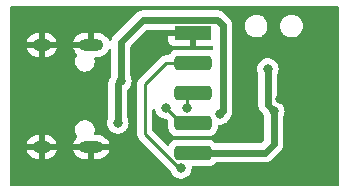
<source format=gbr>
%TF.GenerationSoftware,KiCad,Pcbnew,(6.0.2)*%
%TF.CreationDate,2022-03-29T22:00:30+08:00*%
%TF.ProjectId,CH340-USB-C,43483334-302d-4555-9342-2d432e6b6963,rev?*%
%TF.SameCoordinates,Original*%
%TF.FileFunction,Copper,L2,Bot*%
%TF.FilePolarity,Positive*%
%FSLAX46Y46*%
G04 Gerber Fmt 4.6, Leading zero omitted, Abs format (unit mm)*
G04 Created by KiCad (PCBNEW (6.0.2)) date 2022-03-29 22:00:30*
%MOMM*%
%LPD*%
G01*
G04 APERTURE LIST*
G04 Aperture macros list*
%AMRoundRect*
0 Rectangle with rounded corners*
0 $1 Rounding radius*
0 $2 $3 $4 $5 $6 $7 $8 $9 X,Y pos of 4 corners*
0 Add a 4 corners polygon primitive as box body*
4,1,4,$2,$3,$4,$5,$6,$7,$8,$9,$2,$3,0*
0 Add four circle primitives for the rounded corners*
1,1,$1+$1,$2,$3*
1,1,$1+$1,$4,$5*
1,1,$1+$1,$6,$7*
1,1,$1+$1,$8,$9*
0 Add four rect primitives between the rounded corners*
20,1,$1+$1,$2,$3,$4,$5,0*
20,1,$1+$1,$4,$5,$6,$7,0*
20,1,$1+$1,$6,$7,$8,$9,0*
20,1,$1+$1,$8,$9,$2,$3,0*%
G04 Aperture macros list end*
%TA.AperFunction,ComponentPad*%
%ADD10O,2.100000X1.000000*%
%TD*%
%TA.AperFunction,ComponentPad*%
%ADD11O,1.600000X1.000000*%
%TD*%
%TA.AperFunction,SMDPad,CuDef*%
%ADD12R,3.170000X1.200000*%
%TD*%
%TA.AperFunction,SMDPad,CuDef*%
%ADD13RoundRect,0.300000X-1.285000X0.300000X-1.285000X-0.300000X1.285000X-0.300000X1.285000X0.300000X0*%
%TD*%
%TA.AperFunction,ViaPad*%
%ADD14C,0.800000*%
%TD*%
%TA.AperFunction,Conductor*%
%ADD15C,0.600000*%
%TD*%
%TA.AperFunction,Conductor*%
%ADD16C,0.250000*%
%TD*%
G04 APERTURE END LIST*
D10*
%TO.P,J1,S1,SHIELD*%
%TO.N,GND*%
X102392000Y-133860000D03*
X102392000Y-125220000D03*
D11*
X98212000Y-133860000D03*
X98212000Y-125220000D03*
%TD*%
D12*
%TO.P,J2,1,Pin_1*%
%TO.N,GND*%
X110998000Y-124206000D03*
D13*
%TO.P,J2,2,Pin_2*%
%TO.N,/~{RTS}*%
X110998000Y-126746000D03*
%TO.P,J2,3,Pin_3*%
%TO.N,/TXD*%
X110998000Y-129286000D03*
%TO.P,J2,4,Pin_4*%
%TO.N,/RXD*%
X110998000Y-131826000D03*
%TO.P,J2,5,Pin_5*%
%TO.N,VCC*%
X110998000Y-134366000D03*
%TD*%
D14*
%TO.N,GND*%
X118364000Y-129794000D03*
%TO.N,VCC*%
X117348000Y-127254000D03*
X117856000Y-130810000D03*
%TO.N,/RXD*%
X108712000Y-130556000D03*
%TO.N,/TXD*%
X110490000Y-130556000D03*
%TO.N,Net-(F1-Pad1)*%
X104902000Y-128270000D03*
X104648000Y-131826000D03*
X113284000Y-131064000D03*
%TO.N,/~{RTS}*%
X109982000Y-135636000D03*
%TD*%
D15*
%TO.N,VCC*%
X117094000Y-134366000D02*
X117856000Y-133604000D01*
X117348000Y-130302000D02*
X117856000Y-130810000D01*
X117856000Y-133604000D02*
X117856000Y-130810000D01*
X112522000Y-134366000D02*
X117094000Y-134366000D01*
X117348000Y-127254000D02*
X117348000Y-130302000D01*
D16*
%TO.N,/RXD*%
X109982000Y-131826000D02*
X108712000Y-130556000D01*
X110998000Y-131826000D02*
X109982000Y-131826000D01*
%TO.N,/TXD*%
X110490000Y-129794000D02*
X110490000Y-130556000D01*
X110998000Y-129286000D02*
X110490000Y-129794000D01*
D15*
%TO.N,Net-(F1-Pad1)*%
X106763511Y-123106489D02*
X104902000Y-124968000D01*
X104648000Y-131826000D02*
X104648000Y-128524000D01*
X104648000Y-128524000D02*
X104902000Y-128270000D01*
X113082511Y-123106489D02*
X106763511Y-123106489D01*
X113538000Y-130810000D02*
X113538000Y-123561978D01*
X104902000Y-124968000D02*
X104902000Y-128270000D01*
X113538000Y-123561978D02*
X113082511Y-123106489D01*
X113284000Y-131064000D02*
X113538000Y-130810000D01*
D16*
%TO.N,/~{RTS}*%
X109799796Y-135636000D02*
X106934000Y-132770204D01*
X109982000Y-135636000D02*
X109799796Y-135636000D01*
X106934000Y-128524000D02*
X108712000Y-126746000D01*
X106934000Y-132770204D02*
X106934000Y-128524000D01*
X108712000Y-126746000D02*
X110998000Y-126746000D01*
%TD*%
%TA.AperFunction,Conductor*%
%TO.N,GND*%
G36*
X123310121Y-121946002D02*
G01*
X123356614Y-121999658D01*
X123368000Y-122052000D01*
X123368000Y-137034000D01*
X123347998Y-137102121D01*
X123294342Y-137148614D01*
X123242000Y-137160000D01*
X95630000Y-137160000D01*
X95561879Y-137139998D01*
X95515386Y-137086342D01*
X95504000Y-137034000D01*
X95504000Y-134125768D01*
X96939425Y-134125768D01*
X96971138Y-134233521D01*
X96975731Y-134244889D01*
X97061607Y-134409154D01*
X97068321Y-134419415D01*
X97184468Y-134563873D01*
X97193046Y-134572632D01*
X97335039Y-134691778D01*
X97345159Y-134698708D01*
X97507585Y-134788002D01*
X97518858Y-134792834D01*
X97695538Y-134848880D01*
X97707532Y-134851430D01*
X97851761Y-134867607D01*
X97858785Y-134868000D01*
X97939885Y-134868000D01*
X97955124Y-134863525D01*
X97956329Y-134862135D01*
X97958000Y-134854452D01*
X97958000Y-134849885D01*
X98466000Y-134849885D01*
X98470475Y-134865124D01*
X98471865Y-134866329D01*
X98479548Y-134868000D01*
X98558657Y-134868000D01*
X98564805Y-134867699D01*
X98702603Y-134854188D01*
X98714638Y-134851805D01*
X98892076Y-134798233D01*
X98903416Y-134793559D01*
X99067077Y-134706540D01*
X99077294Y-134699751D01*
X99220933Y-134582603D01*
X99229637Y-134573959D01*
X99347784Y-134431144D01*
X99354644Y-134420973D01*
X99442804Y-134257924D01*
X99447556Y-134246619D01*
X99483250Y-134131308D01*
X99483331Y-134125768D01*
X100869425Y-134125768D01*
X100901138Y-134233521D01*
X100905731Y-134244889D01*
X100991607Y-134409154D01*
X100998321Y-134419415D01*
X101114468Y-134563873D01*
X101123046Y-134572632D01*
X101265039Y-134691778D01*
X101275159Y-134698708D01*
X101437585Y-134788002D01*
X101448858Y-134792834D01*
X101625538Y-134848880D01*
X101637532Y-134851430D01*
X101781761Y-134867607D01*
X101788785Y-134868000D01*
X102119885Y-134868000D01*
X102135124Y-134863525D01*
X102136329Y-134862135D01*
X102138000Y-134854452D01*
X102138000Y-134849885D01*
X102646000Y-134849885D01*
X102650475Y-134865124D01*
X102651865Y-134866329D01*
X102659548Y-134868000D01*
X102988657Y-134868000D01*
X102994805Y-134867699D01*
X103132603Y-134854188D01*
X103144638Y-134851805D01*
X103322076Y-134798233D01*
X103333416Y-134793559D01*
X103497077Y-134706540D01*
X103507294Y-134699751D01*
X103650933Y-134582603D01*
X103659637Y-134573959D01*
X103777784Y-134431144D01*
X103784644Y-134420973D01*
X103872804Y-134257924D01*
X103877556Y-134246619D01*
X103913250Y-134131308D01*
X103913456Y-134117205D01*
X103906701Y-134114000D01*
X102664115Y-134114000D01*
X102648876Y-134118475D01*
X102647671Y-134119865D01*
X102646000Y-134127548D01*
X102646000Y-134849885D01*
X102138000Y-134849885D01*
X102138000Y-134132115D01*
X102133525Y-134116876D01*
X102132135Y-134115671D01*
X102124452Y-134114000D01*
X100884076Y-134114000D01*
X100870545Y-134117973D01*
X100869425Y-134125768D01*
X99483331Y-134125768D01*
X99483456Y-134117205D01*
X99476701Y-134114000D01*
X98484115Y-134114000D01*
X98468876Y-134118475D01*
X98467671Y-134119865D01*
X98466000Y-134127548D01*
X98466000Y-134849885D01*
X97958000Y-134849885D01*
X97958000Y-134132115D01*
X97953525Y-134116876D01*
X97952135Y-134115671D01*
X97944452Y-134114000D01*
X96954076Y-134114000D01*
X96940545Y-134117973D01*
X96939425Y-134125768D01*
X95504000Y-134125768D01*
X95504000Y-133602795D01*
X96940544Y-133602795D01*
X96947299Y-133606000D01*
X97939885Y-133606000D01*
X97955124Y-133601525D01*
X97956329Y-133600135D01*
X97958000Y-133592452D01*
X97958000Y-133587885D01*
X98466000Y-133587885D01*
X98470475Y-133603124D01*
X98471865Y-133604329D01*
X98479548Y-133606000D01*
X99469924Y-133606000D01*
X99480839Y-133602795D01*
X100870544Y-133602795D01*
X100877299Y-133606000D01*
X103899924Y-133606000D01*
X103913455Y-133602027D01*
X103914575Y-133594232D01*
X103882862Y-133486479D01*
X103878269Y-133475111D01*
X103792393Y-133310846D01*
X103785679Y-133300585D01*
X103669532Y-133156127D01*
X103660954Y-133147368D01*
X103518961Y-133028222D01*
X103508841Y-133021292D01*
X103346415Y-132931998D01*
X103335142Y-132927166D01*
X103158462Y-132871120D01*
X103146468Y-132868570D01*
X103002239Y-132852393D01*
X102995215Y-132852000D01*
X102777023Y-132852000D01*
X102708902Y-132831998D01*
X102662409Y-132778342D01*
X102652305Y-132708068D01*
X102660034Y-132679208D01*
X102666995Y-132661803D01*
X102669530Y-132655466D01*
X102670644Y-132648738D01*
X102670645Y-132648734D01*
X102697993Y-132483539D01*
X102697993Y-132483536D01*
X102699108Y-132476802D01*
X102697998Y-132455609D01*
X102689987Y-132302766D01*
X102689630Y-132295953D01*
X102666304Y-132211266D01*
X102643352Y-132127941D01*
X102641539Y-132121359D01*
X102557078Y-131961164D01*
X102552673Y-131955951D01*
X102552670Y-131955947D01*
X102444594Y-131828057D01*
X102444590Y-131828053D01*
X102440187Y-131822843D01*
X102434762Y-131818695D01*
X102301743Y-131716994D01*
X102301739Y-131716991D01*
X102296322Y-131712850D01*
X102191186Y-131663825D01*
X102138369Y-131639195D01*
X102138366Y-131639194D01*
X102132192Y-131636315D01*
X102125544Y-131634829D01*
X102125541Y-131634828D01*
X101960494Y-131597936D01*
X101960495Y-131597936D01*
X101955457Y-131596810D01*
X101949912Y-131596500D01*
X101816756Y-131596500D01*
X101681963Y-131611143D01*
X101583131Y-131644404D01*
X101516796Y-131666728D01*
X101516794Y-131666729D01*
X101510325Y-131668906D01*
X101355095Y-131762177D01*
X101350138Y-131766865D01*
X101350135Y-131766867D01*
X101285429Y-131828057D01*
X101223515Y-131886607D01*
X101219683Y-131892245D01*
X101219680Y-131892249D01*
X101140088Y-132009365D01*
X101121723Y-132036388D01*
X101054470Y-132204534D01*
X101053356Y-132211262D01*
X101053355Y-132211266D01*
X101026007Y-132376461D01*
X101024892Y-132383198D01*
X101025249Y-132390015D01*
X101025249Y-132390019D01*
X101030151Y-132483539D01*
X101034370Y-132564047D01*
X101036181Y-132570620D01*
X101036181Y-132570623D01*
X101070663Y-132695810D01*
X101082461Y-132738641D01*
X101166922Y-132898836D01*
X101171327Y-132904049D01*
X101171330Y-132904053D01*
X101189694Y-132925783D01*
X101218386Y-132990724D01*
X101207413Y-133060868D01*
X101173092Y-133104754D01*
X101133067Y-133137397D01*
X101124363Y-133146041D01*
X101006216Y-133288856D01*
X100999356Y-133299027D01*
X100911196Y-133462076D01*
X100906444Y-133473381D01*
X100870750Y-133588692D01*
X100870544Y-133602795D01*
X99480839Y-133602795D01*
X99483455Y-133602027D01*
X99484575Y-133594232D01*
X99452862Y-133486479D01*
X99448269Y-133475111D01*
X99362393Y-133310846D01*
X99355679Y-133300585D01*
X99239532Y-133156127D01*
X99230954Y-133147368D01*
X99088961Y-133028222D01*
X99078841Y-133021292D01*
X98916415Y-132931998D01*
X98905142Y-132927166D01*
X98728462Y-132871120D01*
X98716468Y-132868570D01*
X98572239Y-132852393D01*
X98565215Y-132852000D01*
X98484115Y-132852000D01*
X98468876Y-132856475D01*
X98467671Y-132857865D01*
X98466000Y-132865548D01*
X98466000Y-133587885D01*
X97958000Y-133587885D01*
X97958000Y-132870115D01*
X97953525Y-132854876D01*
X97952135Y-132853671D01*
X97944452Y-132852000D01*
X97865343Y-132852000D01*
X97859195Y-132852301D01*
X97721397Y-132865812D01*
X97709362Y-132868195D01*
X97531924Y-132921767D01*
X97520584Y-132926441D01*
X97356923Y-133013460D01*
X97346706Y-133020249D01*
X97203067Y-133137397D01*
X97194363Y-133146041D01*
X97076216Y-133288856D01*
X97069356Y-133299027D01*
X96981196Y-133462076D01*
X96976444Y-133473381D01*
X96940750Y-133588692D01*
X96940544Y-133602795D01*
X95504000Y-133602795D01*
X95504000Y-125485768D01*
X96939425Y-125485768D01*
X96971138Y-125593521D01*
X96975731Y-125604889D01*
X97061607Y-125769154D01*
X97068321Y-125779415D01*
X97184468Y-125923873D01*
X97193046Y-125932632D01*
X97335039Y-126051778D01*
X97345159Y-126058708D01*
X97507585Y-126148002D01*
X97518858Y-126152834D01*
X97695538Y-126208880D01*
X97707532Y-126211430D01*
X97851761Y-126227607D01*
X97858785Y-126228000D01*
X97939885Y-126228000D01*
X97955124Y-126223525D01*
X97956329Y-126222135D01*
X97958000Y-126214452D01*
X97958000Y-126209885D01*
X98466000Y-126209885D01*
X98470475Y-126225124D01*
X98471865Y-126226329D01*
X98479548Y-126228000D01*
X98558657Y-126228000D01*
X98564805Y-126227699D01*
X98702603Y-126214188D01*
X98714638Y-126211805D01*
X98892076Y-126158233D01*
X98903416Y-126153559D01*
X99067077Y-126066540D01*
X99077294Y-126059751D01*
X99220933Y-125942603D01*
X99229637Y-125933959D01*
X99347784Y-125791144D01*
X99354644Y-125780973D01*
X99442804Y-125617924D01*
X99447556Y-125606619D01*
X99483250Y-125491308D01*
X99483331Y-125485768D01*
X100869425Y-125485768D01*
X100901138Y-125593521D01*
X100905731Y-125604889D01*
X100991607Y-125769154D01*
X100998321Y-125779415D01*
X101114468Y-125923873D01*
X101123045Y-125932632D01*
X101175110Y-125976319D01*
X101214436Y-126035428D01*
X101215563Y-126106416D01*
X101198331Y-126143663D01*
X101121723Y-126256388D01*
X101054470Y-126424534D01*
X101053356Y-126431262D01*
X101053355Y-126431266D01*
X101030181Y-126571251D01*
X101024892Y-126603198D01*
X101025249Y-126610015D01*
X101025249Y-126610019D01*
X101030151Y-126703539D01*
X101034370Y-126784047D01*
X101036181Y-126790620D01*
X101036181Y-126790623D01*
X101061296Y-126881803D01*
X101082461Y-126958641D01*
X101166922Y-127118836D01*
X101171327Y-127124049D01*
X101171330Y-127124053D01*
X101279406Y-127251943D01*
X101279410Y-127251947D01*
X101283813Y-127257157D01*
X101289237Y-127261304D01*
X101289238Y-127261305D01*
X101422257Y-127363006D01*
X101422261Y-127363009D01*
X101427678Y-127367150D01*
X101514372Y-127407576D01*
X101585631Y-127440805D01*
X101585634Y-127440806D01*
X101591808Y-127443685D01*
X101598456Y-127445171D01*
X101598459Y-127445172D01*
X101694914Y-127466732D01*
X101768543Y-127483190D01*
X101774088Y-127483500D01*
X101907244Y-127483500D01*
X102042037Y-127468857D01*
X102160190Y-127429094D01*
X102207204Y-127413272D01*
X102207206Y-127413271D01*
X102213675Y-127411094D01*
X102368905Y-127317823D01*
X102373862Y-127313135D01*
X102373865Y-127313133D01*
X102495527Y-127198082D01*
X102495529Y-127198080D01*
X102500485Y-127193393D01*
X102504317Y-127187755D01*
X102504320Y-127187751D01*
X102598442Y-127049255D01*
X102602277Y-127043612D01*
X102669530Y-126875466D01*
X102670644Y-126868738D01*
X102670645Y-126868734D01*
X102697993Y-126703539D01*
X102697993Y-126703536D01*
X102699108Y-126696802D01*
X102694203Y-126603198D01*
X102689987Y-126522766D01*
X102689630Y-126515953D01*
X102654237Y-126387459D01*
X102655431Y-126316474D01*
X102694814Y-126257401D01*
X102759881Y-126228999D01*
X102775713Y-126228000D01*
X102988657Y-126228000D01*
X102994805Y-126227699D01*
X103132603Y-126214188D01*
X103144638Y-126211805D01*
X103322076Y-126158233D01*
X103333416Y-126153559D01*
X103497077Y-126066540D01*
X103507294Y-126059751D01*
X103650933Y-125942603D01*
X103659637Y-125933959D01*
X103777784Y-125791144D01*
X103784644Y-125780973D01*
X103856664Y-125647775D01*
X103906659Y-125597367D01*
X103975970Y-125581989D01*
X104042592Y-125606525D01*
X104085373Y-125663185D01*
X104093500Y-125707704D01*
X104093500Y-127819603D01*
X104076620Y-127882602D01*
X104067473Y-127898444D01*
X104065431Y-127904729D01*
X104047060Y-127961269D01*
X104024871Y-128001968D01*
X104022530Y-128004839D01*
X104017493Y-128009771D01*
X103994002Y-128046221D01*
X103986583Y-128056546D01*
X103959524Y-128090443D01*
X103956459Y-128096784D01*
X103956458Y-128096785D01*
X103944928Y-128120637D01*
X103937399Y-128134054D01*
X103919235Y-128162238D01*
X103916827Y-128168855D01*
X103916824Y-128168860D01*
X103904408Y-128202973D01*
X103899447Y-128214716D01*
X103883646Y-128247403D01*
X103883644Y-128247408D01*
X103880579Y-128253749D01*
X103878996Y-128260607D01*
X103878995Y-128260609D01*
X103873035Y-128286426D01*
X103868668Y-128301169D01*
X103857197Y-128332685D01*
X103856314Y-128339675D01*
X103856312Y-128339683D01*
X103851762Y-128375701D01*
X103849526Y-128388253D01*
X103847879Y-128395389D01*
X103839776Y-128430485D01*
X103839751Y-128437531D01*
X103839751Y-128437534D01*
X103839634Y-128471056D01*
X103839605Y-128471938D01*
X103839500Y-128472769D01*
X103839500Y-128509419D01*
X103839499Y-128509859D01*
X103839325Y-128559819D01*
X103839143Y-128611870D01*
X103839411Y-128613070D01*
X103839500Y-128614707D01*
X103839500Y-131375603D01*
X103822620Y-131438602D01*
X103813473Y-131454444D01*
X103754458Y-131636072D01*
X103753768Y-131642633D01*
X103753768Y-131642635D01*
X103741204Y-131762177D01*
X103734496Y-131826000D01*
X103735186Y-131832565D01*
X103749894Y-131972500D01*
X103754458Y-132015928D01*
X103813473Y-132197556D01*
X103908960Y-132362944D01*
X103913378Y-132367851D01*
X103913379Y-132367852D01*
X103944661Y-132402594D01*
X104036747Y-132504866D01*
X104191248Y-132617118D01*
X104197276Y-132619802D01*
X104197278Y-132619803D01*
X104330705Y-132679208D01*
X104365712Y-132694794D01*
X104437782Y-132710113D01*
X104546056Y-132733128D01*
X104546061Y-132733128D01*
X104552513Y-132734500D01*
X104743487Y-132734500D01*
X104749939Y-132733128D01*
X104749944Y-132733128D01*
X104858218Y-132710113D01*
X104930288Y-132694794D01*
X104965295Y-132679208D01*
X105098722Y-132619803D01*
X105098724Y-132619802D01*
X105104752Y-132617118D01*
X105259253Y-132504866D01*
X105351339Y-132402594D01*
X105382621Y-132367852D01*
X105382622Y-132367851D01*
X105387040Y-132362944D01*
X105482527Y-132197556D01*
X105541542Y-132015928D01*
X105546107Y-131972500D01*
X105560814Y-131832565D01*
X105561504Y-131826000D01*
X105554796Y-131762177D01*
X105542232Y-131642635D01*
X105542232Y-131642633D01*
X105541542Y-131636072D01*
X105482527Y-131454444D01*
X105473380Y-131438602D01*
X105456500Y-131375603D01*
X105456500Y-129054300D01*
X105476502Y-128986179D01*
X105503441Y-128957657D01*
X105503001Y-128957169D01*
X105507913Y-128952746D01*
X105513253Y-128948866D01*
X105641040Y-128806944D01*
X105736527Y-128641556D01*
X105795542Y-128459928D01*
X105800718Y-128410687D01*
X105814814Y-128276565D01*
X105815504Y-128270000D01*
X105810422Y-128221645D01*
X105796232Y-128086635D01*
X105796232Y-128086633D01*
X105795542Y-128080072D01*
X105736527Y-127898444D01*
X105727380Y-127882602D01*
X105710500Y-127819603D01*
X105710500Y-125355082D01*
X105730502Y-125286961D01*
X105747405Y-125265987D01*
X106162723Y-124850669D01*
X108905001Y-124850669D01*
X108905371Y-124857490D01*
X108910895Y-124908352D01*
X108914521Y-124923604D01*
X108959676Y-125044054D01*
X108968214Y-125059649D01*
X109044715Y-125161724D01*
X109057276Y-125174285D01*
X109159351Y-125250786D01*
X109174946Y-125259324D01*
X109295394Y-125304478D01*
X109310649Y-125308105D01*
X109361514Y-125313631D01*
X109368328Y-125314000D01*
X110725885Y-125314000D01*
X110741124Y-125309525D01*
X110742329Y-125308135D01*
X110744000Y-125300452D01*
X110744000Y-124478115D01*
X110739525Y-124462876D01*
X110738135Y-124461671D01*
X110730452Y-124460000D01*
X108923116Y-124460000D01*
X108907877Y-124464475D01*
X108906672Y-124465865D01*
X108905001Y-124473548D01*
X108905001Y-124850669D01*
X106162723Y-124850669D01*
X107061498Y-123951894D01*
X107123810Y-123917868D01*
X107150593Y-123914989D01*
X108823085Y-123914989D01*
X108891206Y-123934991D01*
X108905597Y-123945764D01*
X108910865Y-123950329D01*
X108918548Y-123952000D01*
X111126000Y-123952000D01*
X111194121Y-123972002D01*
X111240614Y-124025658D01*
X111252000Y-124078000D01*
X111252000Y-125295884D01*
X111256475Y-125311123D01*
X111257865Y-125312328D01*
X111265548Y-125313999D01*
X112603500Y-125313999D01*
X112671621Y-125334001D01*
X112718114Y-125387657D01*
X112729500Y-125439999D01*
X112729500Y-125563522D01*
X112709498Y-125631643D01*
X112655842Y-125678136D01*
X112585568Y-125688240D01*
X112561646Y-125682367D01*
X112559590Y-125681643D01*
X112553252Y-125678579D01*
X112462526Y-125657633D01*
X112381714Y-125638976D01*
X112381711Y-125638976D01*
X112376515Y-125637776D01*
X112371728Y-125637500D01*
X109624272Y-125637500D01*
X109619485Y-125637776D01*
X109614289Y-125638976D01*
X109614286Y-125638976D01*
X109449609Y-125676995D01*
X109442748Y-125678579D01*
X109279443Y-125757524D01*
X109137687Y-125870687D01*
X109133294Y-125876190D01*
X109028921Y-126006934D01*
X109028918Y-126006939D01*
X109024524Y-126012443D01*
X109021456Y-126018789D01*
X109021455Y-126018791D01*
X109010553Y-126041341D01*
X108962896Y-126093965D01*
X108897114Y-126112500D01*
X108790768Y-126112500D01*
X108779585Y-126111973D01*
X108772092Y-126110298D01*
X108764166Y-126110547D01*
X108764165Y-126110547D01*
X108704002Y-126112438D01*
X108700044Y-126112500D01*
X108672144Y-126112500D01*
X108668154Y-126113004D01*
X108656320Y-126113936D01*
X108612111Y-126115326D01*
X108604497Y-126117538D01*
X108604492Y-126117539D01*
X108592659Y-126120977D01*
X108573296Y-126124988D01*
X108553203Y-126127526D01*
X108545836Y-126130443D01*
X108545831Y-126130444D01*
X108512092Y-126143802D01*
X108500865Y-126147646D01*
X108458407Y-126159982D01*
X108451581Y-126164019D01*
X108440972Y-126170293D01*
X108423224Y-126178988D01*
X108404383Y-126186448D01*
X108397967Y-126191110D01*
X108397966Y-126191110D01*
X108368613Y-126212436D01*
X108358693Y-126218952D01*
X108327465Y-126237420D01*
X108327462Y-126237422D01*
X108320638Y-126241458D01*
X108306317Y-126255779D01*
X108291284Y-126268619D01*
X108274893Y-126280528D01*
X108269842Y-126286634D01*
X108246702Y-126314605D01*
X108238712Y-126323384D01*
X106541747Y-128020348D01*
X106533461Y-128027888D01*
X106526982Y-128032000D01*
X106521557Y-128037777D01*
X106480357Y-128081651D01*
X106477602Y-128084493D01*
X106457865Y-128104230D01*
X106455385Y-128107427D01*
X106447682Y-128116447D01*
X106417414Y-128148679D01*
X106413595Y-128155625D01*
X106413593Y-128155628D01*
X106407652Y-128166434D01*
X106396801Y-128182953D01*
X106384386Y-128198959D01*
X106381241Y-128206228D01*
X106381238Y-128206232D01*
X106366826Y-128239537D01*
X106361609Y-128250187D01*
X106340305Y-128288940D01*
X106338334Y-128296615D01*
X106338334Y-128296616D01*
X106335267Y-128308562D01*
X106328863Y-128327266D01*
X106320819Y-128345855D01*
X106319580Y-128353678D01*
X106319577Y-128353688D01*
X106313901Y-128389524D01*
X106311495Y-128401144D01*
X106300500Y-128443970D01*
X106300500Y-128464224D01*
X106298949Y-128483934D01*
X106295780Y-128503943D01*
X106296526Y-128511835D01*
X106299941Y-128547961D01*
X106300500Y-128559819D01*
X106300500Y-132691437D01*
X106299973Y-132702620D01*
X106298298Y-132710113D01*
X106298547Y-132718039D01*
X106298547Y-132718040D01*
X106300438Y-132778190D01*
X106300500Y-132782149D01*
X106300500Y-132810060D01*
X106300997Y-132813994D01*
X106300997Y-132813995D01*
X106301005Y-132814060D01*
X106301938Y-132825897D01*
X106303327Y-132870093D01*
X106308978Y-132889543D01*
X106312987Y-132908904D01*
X106315526Y-132929001D01*
X106318445Y-132936372D01*
X106318445Y-132936374D01*
X106331804Y-132970116D01*
X106335649Y-132981346D01*
X106344979Y-133013460D01*
X106347982Y-133023797D01*
X106352015Y-133030616D01*
X106352017Y-133030621D01*
X106358293Y-133041232D01*
X106366988Y-133058980D01*
X106374448Y-133077821D01*
X106379110Y-133084237D01*
X106379110Y-133084238D01*
X106400436Y-133113591D01*
X106406952Y-133123511D01*
X106429458Y-133161566D01*
X106443779Y-133175887D01*
X106456619Y-133190920D01*
X106468528Y-133207311D01*
X106474634Y-133212362D01*
X106502605Y-133235502D01*
X106511384Y-133243492D01*
X109064487Y-135796595D01*
X109095225Y-135846753D01*
X109147473Y-136007556D01*
X109242960Y-136172944D01*
X109370747Y-136314866D01*
X109525248Y-136427118D01*
X109531276Y-136429802D01*
X109531278Y-136429803D01*
X109693681Y-136502109D01*
X109699712Y-136504794D01*
X109793112Y-136524647D01*
X109880056Y-136543128D01*
X109880061Y-136543128D01*
X109886513Y-136544500D01*
X110077487Y-136544500D01*
X110083939Y-136543128D01*
X110083944Y-136543128D01*
X110170888Y-136524647D01*
X110264288Y-136504794D01*
X110270319Y-136502109D01*
X110432722Y-136429803D01*
X110432724Y-136429802D01*
X110438752Y-136427118D01*
X110593253Y-136314866D01*
X110721040Y-136172944D01*
X110816527Y-136007556D01*
X110875542Y-135825928D01*
X110895504Y-135636000D01*
X110893157Y-135613670D01*
X110905929Y-135543832D01*
X110954431Y-135491986D01*
X111018467Y-135474500D01*
X112371728Y-135474500D01*
X112376515Y-135474224D01*
X112381711Y-135473024D01*
X112381714Y-135473024D01*
X112546391Y-135435005D01*
X112553252Y-135433421D01*
X112716557Y-135354476D01*
X112858313Y-135241313D01*
X112873817Y-135221891D01*
X112931947Y-135181133D01*
X112972289Y-135174500D01*
X117084786Y-135174500D01*
X117086106Y-135174507D01*
X117176221Y-135175451D01*
X117218597Y-135166289D01*
X117231163Y-135164231D01*
X117274255Y-135159397D01*
X117280906Y-135157081D01*
X117280910Y-135157080D01*
X117305930Y-135148367D01*
X117320742Y-135144204D01*
X117346619Y-135138609D01*
X117353510Y-135137119D01*
X117392813Y-135118792D01*
X117404589Y-135114010D01*
X117445552Y-135099745D01*
X117451527Y-135096011D01*
X117451530Y-135096010D01*
X117473995Y-135081973D01*
X117487512Y-135074634D01*
X117511514Y-135063441D01*
X117511515Y-135063440D01*
X117517902Y-135060462D01*
X117552153Y-135033894D01*
X117562612Y-135026598D01*
X117593404Y-135007358D01*
X117593407Y-135007356D01*
X117599376Y-135003626D01*
X117628179Y-134975024D01*
X117628804Y-134974439D01*
X117629470Y-134973922D01*
X117655460Y-134947932D01*
X117728082Y-134875815D01*
X117728740Y-134874778D01*
X117729843Y-134873549D01*
X118421158Y-134182234D01*
X118422095Y-134181306D01*
X118481475Y-134123157D01*
X118481476Y-134123156D01*
X118486507Y-134118229D01*
X118509998Y-134081779D01*
X118517417Y-134071454D01*
X118544476Y-134037557D01*
X118559073Y-134007362D01*
X118566602Y-133993945D01*
X118580948Y-133971684D01*
X118584765Y-133965762D01*
X118587173Y-133959145D01*
X118587176Y-133959140D01*
X118599592Y-133925027D01*
X118604553Y-133913284D01*
X118620353Y-133880600D01*
X118620356Y-133880591D01*
X118623421Y-133874251D01*
X118630966Y-133841572D01*
X118635334Y-133826825D01*
X118646803Y-133795315D01*
X118647685Y-133788330D01*
X118647687Y-133788323D01*
X118652237Y-133752308D01*
X118654472Y-133739757D01*
X118662640Y-133704378D01*
X118664225Y-133697515D01*
X118664367Y-133656926D01*
X118664396Y-133656057D01*
X118664500Y-133655231D01*
X118664500Y-133618714D01*
X118664565Y-133600135D01*
X118664846Y-133519664D01*
X118664846Y-133519658D01*
X118664858Y-133516130D01*
X118664589Y-133514927D01*
X118664500Y-133513283D01*
X118664500Y-131260397D01*
X118681380Y-131197398D01*
X118690527Y-131181556D01*
X118749542Y-130999928D01*
X118753918Y-130958299D01*
X118768814Y-130816565D01*
X118769504Y-130810000D01*
X118759994Y-130719514D01*
X118750232Y-130626635D01*
X118750232Y-130626633D01*
X118749542Y-130620072D01*
X118690527Y-130438444D01*
X118675252Y-130411986D01*
X118607193Y-130294106D01*
X118595040Y-130273056D01*
X118515254Y-130184444D01*
X118471675Y-130136045D01*
X118471674Y-130136044D01*
X118467253Y-130131134D01*
X118312752Y-130018882D01*
X118306724Y-130016198D01*
X118306722Y-130016197D01*
X118231251Y-129982595D01*
X118177155Y-129936614D01*
X118156500Y-129867488D01*
X118156500Y-127704397D01*
X118173380Y-127641398D01*
X118182527Y-127625556D01*
X118241542Y-127443928D01*
X118254427Y-127321339D01*
X118260814Y-127260565D01*
X118261504Y-127254000D01*
X118241542Y-127064072D01*
X118182527Y-126882444D01*
X118087040Y-126717056D01*
X117959253Y-126575134D01*
X117804752Y-126462882D01*
X117798724Y-126460198D01*
X117798722Y-126460197D01*
X117636319Y-126387891D01*
X117636318Y-126387891D01*
X117630288Y-126385206D01*
X117536887Y-126365353D01*
X117449944Y-126346872D01*
X117449939Y-126346872D01*
X117443487Y-126345500D01*
X117252513Y-126345500D01*
X117246061Y-126346872D01*
X117246056Y-126346872D01*
X117159113Y-126365353D01*
X117065712Y-126385206D01*
X117059682Y-126387891D01*
X117059681Y-126387891D01*
X116897278Y-126460197D01*
X116897276Y-126460198D01*
X116891248Y-126462882D01*
X116736747Y-126575134D01*
X116608960Y-126717056D01*
X116513473Y-126882444D01*
X116454458Y-127064072D01*
X116434496Y-127254000D01*
X116435186Y-127260565D01*
X116441574Y-127321339D01*
X116454458Y-127443928D01*
X116513473Y-127625556D01*
X116522620Y-127641398D01*
X116539500Y-127704397D01*
X116539500Y-130292786D01*
X116539493Y-130294106D01*
X116538549Y-130384221D01*
X116547711Y-130426597D01*
X116549769Y-130439163D01*
X116554603Y-130482255D01*
X116556919Y-130488906D01*
X116556920Y-130488910D01*
X116565633Y-130513930D01*
X116569796Y-130528742D01*
X116576881Y-130561510D01*
X116595208Y-130600813D01*
X116599990Y-130612589D01*
X116614255Y-130653552D01*
X116617989Y-130659527D01*
X116617990Y-130659530D01*
X116632027Y-130681995D01*
X116639366Y-130695512D01*
X116649620Y-130717500D01*
X116653538Y-130725902D01*
X116657855Y-130731467D01*
X116657856Y-130731469D01*
X116680106Y-130760153D01*
X116687402Y-130770612D01*
X116710374Y-130807376D01*
X116715334Y-130812371D01*
X116715335Y-130812372D01*
X116738976Y-130836179D01*
X116739561Y-130836804D01*
X116740078Y-130837470D01*
X116766068Y-130863460D01*
X116838185Y-130936082D01*
X116839222Y-130936740D01*
X116840451Y-130937843D01*
X116969908Y-131067300D01*
X117000646Y-131117458D01*
X117021473Y-131181556D01*
X117030620Y-131197398D01*
X117047500Y-131260397D01*
X117047500Y-133216918D01*
X117027498Y-133285039D01*
X117010595Y-133306013D01*
X116796013Y-133520595D01*
X116733701Y-133554621D01*
X116706918Y-133557500D01*
X112972289Y-133557500D01*
X112904168Y-133537498D01*
X112873818Y-133510110D01*
X112858313Y-133490687D01*
X112716557Y-133377524D01*
X112553252Y-133298579D01*
X112494604Y-133285039D01*
X112381714Y-133258976D01*
X112381711Y-133258976D01*
X112376515Y-133257776D01*
X112371728Y-133257500D01*
X109624272Y-133257500D01*
X109619485Y-133257776D01*
X109614289Y-133258976D01*
X109614286Y-133258976D01*
X109501396Y-133285039D01*
X109442748Y-133298579D01*
X109279443Y-133377524D01*
X109137687Y-133490687D01*
X109024524Y-133632443D01*
X108996474Y-133690467D01*
X108993373Y-133696882D01*
X108945716Y-133749506D01*
X108877174Y-133768012D01*
X108809507Y-133746523D01*
X108790838Y-133731137D01*
X107604405Y-132544704D01*
X107570379Y-132482392D01*
X107567500Y-132455609D01*
X107567500Y-130760754D01*
X107587502Y-130692633D01*
X107641158Y-130646140D01*
X107711432Y-130636036D01*
X107776012Y-130665530D01*
X107814396Y-130725256D01*
X107816746Y-130734556D01*
X107817768Y-130739364D01*
X107818458Y-130745928D01*
X107877473Y-130927556D01*
X107880776Y-130933278D01*
X107880777Y-130933279D01*
X107914686Y-130992010D01*
X107972960Y-131092944D01*
X107977378Y-131097851D01*
X107977379Y-131097852D01*
X108057893Y-131187272D01*
X108100747Y-131234866D01*
X108255248Y-131347118D01*
X108261276Y-131349802D01*
X108261278Y-131349803D01*
X108395055Y-131409364D01*
X108429712Y-131424794D01*
X108523113Y-131444647D01*
X108610056Y-131463128D01*
X108610061Y-131463128D01*
X108616513Y-131464500D01*
X108672406Y-131464500D01*
X108740527Y-131484502D01*
X108761501Y-131501405D01*
X108867595Y-131607499D01*
X108901621Y-131669811D01*
X108904500Y-131696594D01*
X108904500Y-132214728D01*
X108904776Y-132219515D01*
X108945579Y-132396252D01*
X109024524Y-132559557D01*
X109137687Y-132701313D01*
X109279443Y-132814476D01*
X109442748Y-132893421D01*
X109449609Y-132895005D01*
X109614286Y-132933024D01*
X109614289Y-132933024D01*
X109619485Y-132934224D01*
X109624272Y-132934500D01*
X112371728Y-132934500D01*
X112376515Y-132934224D01*
X112381711Y-132933024D01*
X112381714Y-132933024D01*
X112546391Y-132895005D01*
X112553252Y-132893421D01*
X112716557Y-132814476D01*
X112858313Y-132701313D01*
X112971476Y-132559557D01*
X113050421Y-132396252D01*
X113091224Y-132219515D01*
X113091500Y-132214728D01*
X113091500Y-132098500D01*
X113111502Y-132030379D01*
X113165158Y-131983886D01*
X113217500Y-131972500D01*
X113379487Y-131972500D01*
X113385939Y-131971128D01*
X113385944Y-131971128D01*
X113476501Y-131951879D01*
X113566288Y-131932794D01*
X113572319Y-131930109D01*
X113734722Y-131857803D01*
X113734724Y-131857802D01*
X113740752Y-131855118D01*
X113771794Y-131832565D01*
X113796157Y-131814864D01*
X113895253Y-131742866D01*
X113918548Y-131716994D01*
X114018621Y-131605852D01*
X114018622Y-131605851D01*
X114023040Y-131600944D01*
X114118527Y-131435556D01*
X114138940Y-131372730D01*
X114161129Y-131332032D01*
X114163470Y-131329161D01*
X114168507Y-131324229D01*
X114191998Y-131287779D01*
X114199417Y-131277454D01*
X114226476Y-131243557D01*
X114230678Y-131234866D01*
X114241072Y-131213363D01*
X114248602Y-131199945D01*
X114262948Y-131177684D01*
X114266765Y-131171762D01*
X114269173Y-131165145D01*
X114269176Y-131165140D01*
X114281592Y-131131027D01*
X114286553Y-131119284D01*
X114302354Y-131086597D01*
X114302356Y-131086592D01*
X114305421Y-131080251D01*
X114312965Y-131047572D01*
X114317332Y-131032831D01*
X114328803Y-131001315D01*
X114329686Y-130994325D01*
X114329688Y-130994317D01*
X114334238Y-130958299D01*
X114336474Y-130945747D01*
X114344638Y-130910386D01*
X114344638Y-130910383D01*
X114346224Y-130903515D01*
X114346366Y-130862944D01*
X114346395Y-130862062D01*
X114346500Y-130861231D01*
X114346500Y-130824428D01*
X114346722Y-130760754D01*
X114346845Y-130725657D01*
X114346845Y-130725652D01*
X114346857Y-130722130D01*
X114346589Y-130720930D01*
X114346500Y-130719293D01*
X114346500Y-123669064D01*
X115393707Y-123669064D01*
X115422825Y-123861599D01*
X115425028Y-123867585D01*
X115425029Y-123867591D01*
X115487860Y-124038360D01*
X115487862Y-124038365D01*
X115490063Y-124044346D01*
X115592674Y-124209840D01*
X115597055Y-124214473D01*
X115597056Y-124214474D01*
X115665081Y-124286409D01*
X115726466Y-124351322D01*
X115885975Y-124463011D01*
X115933987Y-124483788D01*
X116058825Y-124537810D01*
X116058829Y-124537811D01*
X116064684Y-124540345D01*
X116070931Y-124541650D01*
X116070934Y-124541651D01*
X116250557Y-124579176D01*
X116250562Y-124579177D01*
X116255293Y-124580165D01*
X116261685Y-124580500D01*
X116404663Y-124580500D01*
X116473951Y-124573462D01*
X116543378Y-124566410D01*
X116543379Y-124566410D01*
X116549727Y-124565765D01*
X116630843Y-124540345D01*
X116729451Y-124509444D01*
X116729456Y-124509442D01*
X116735541Y-124507535D01*
X116841423Y-124448843D01*
X116900271Y-124416223D01*
X116900274Y-124416221D01*
X116905850Y-124413130D01*
X116910691Y-124408981D01*
X116910695Y-124408978D01*
X117048855Y-124290560D01*
X117053698Y-124286409D01*
X117173046Y-124132547D01*
X117199887Y-124078000D01*
X117256200Y-123963556D01*
X117259018Y-123957829D01*
X117270177Y-123914989D01*
X117306492Y-123775575D01*
X117306492Y-123775572D01*
X117308102Y-123769393D01*
X117313360Y-123669064D01*
X118393707Y-123669064D01*
X118422825Y-123861599D01*
X118425028Y-123867585D01*
X118425029Y-123867591D01*
X118487860Y-124038360D01*
X118487862Y-124038365D01*
X118490063Y-124044346D01*
X118592674Y-124209840D01*
X118597055Y-124214473D01*
X118597056Y-124214474D01*
X118665081Y-124286409D01*
X118726466Y-124351322D01*
X118885975Y-124463011D01*
X118933987Y-124483788D01*
X119058825Y-124537810D01*
X119058829Y-124537811D01*
X119064684Y-124540345D01*
X119070931Y-124541650D01*
X119070934Y-124541651D01*
X119250557Y-124579176D01*
X119250562Y-124579177D01*
X119255293Y-124580165D01*
X119261685Y-124580500D01*
X119404663Y-124580500D01*
X119473951Y-124573462D01*
X119543378Y-124566410D01*
X119543379Y-124566410D01*
X119549727Y-124565765D01*
X119630843Y-124540345D01*
X119729451Y-124509444D01*
X119729456Y-124509442D01*
X119735541Y-124507535D01*
X119841423Y-124448843D01*
X119900271Y-124416223D01*
X119900274Y-124416221D01*
X119905850Y-124413130D01*
X119910691Y-124408981D01*
X119910695Y-124408978D01*
X120048855Y-124290560D01*
X120053698Y-124286409D01*
X120173046Y-124132547D01*
X120199887Y-124078000D01*
X120256200Y-123963556D01*
X120259018Y-123957829D01*
X120270177Y-123914989D01*
X120306492Y-123775575D01*
X120306492Y-123775572D01*
X120308102Y-123769393D01*
X120318293Y-123574936D01*
X120289175Y-123382401D01*
X120286972Y-123376415D01*
X120286971Y-123376409D01*
X120224140Y-123205640D01*
X120224138Y-123205635D01*
X120221937Y-123199654D01*
X120162520Y-123103825D01*
X120122688Y-123039582D01*
X120122687Y-123039581D01*
X120119326Y-123034160D01*
X120018009Y-122927019D01*
X119989919Y-122897315D01*
X119985534Y-122892678D01*
X119826025Y-122780989D01*
X119778013Y-122760212D01*
X119653175Y-122706190D01*
X119653171Y-122706189D01*
X119647316Y-122703655D01*
X119641069Y-122702350D01*
X119641066Y-122702349D01*
X119461443Y-122664824D01*
X119461438Y-122664823D01*
X119456707Y-122663835D01*
X119450315Y-122663500D01*
X119307337Y-122663500D01*
X119238049Y-122670538D01*
X119168622Y-122677590D01*
X119168621Y-122677590D01*
X119162273Y-122678235D01*
X119105939Y-122695889D01*
X118982549Y-122734556D01*
X118982544Y-122734558D01*
X118976459Y-122736465D01*
X118900713Y-122778452D01*
X118811729Y-122827777D01*
X118811726Y-122827779D01*
X118806150Y-122830870D01*
X118801309Y-122835019D01*
X118801305Y-122835022D01*
X118663145Y-122953440D01*
X118658302Y-122957591D01*
X118538954Y-123111453D01*
X118536138Y-123117176D01*
X118536136Y-123117179D01*
X118493195Y-123204448D01*
X118452982Y-123286171D01*
X118451373Y-123292349D01*
X118451372Y-123292351D01*
X118413592Y-123437393D01*
X118403898Y-123474607D01*
X118393707Y-123669064D01*
X117313360Y-123669064D01*
X117318293Y-123574936D01*
X117289175Y-123382401D01*
X117286972Y-123376415D01*
X117286971Y-123376409D01*
X117224140Y-123205640D01*
X117224138Y-123205635D01*
X117221937Y-123199654D01*
X117162520Y-123103825D01*
X117122688Y-123039582D01*
X117122687Y-123039581D01*
X117119326Y-123034160D01*
X117018009Y-122927019D01*
X116989919Y-122897315D01*
X116985534Y-122892678D01*
X116826025Y-122780989D01*
X116778013Y-122760212D01*
X116653175Y-122706190D01*
X116653171Y-122706189D01*
X116647316Y-122703655D01*
X116641069Y-122702350D01*
X116641066Y-122702349D01*
X116461443Y-122664824D01*
X116461438Y-122664823D01*
X116456707Y-122663835D01*
X116450315Y-122663500D01*
X116307337Y-122663500D01*
X116238049Y-122670538D01*
X116168622Y-122677590D01*
X116168621Y-122677590D01*
X116162273Y-122678235D01*
X116105939Y-122695889D01*
X115982549Y-122734556D01*
X115982544Y-122734558D01*
X115976459Y-122736465D01*
X115900713Y-122778452D01*
X115811729Y-122827777D01*
X115811726Y-122827779D01*
X115806150Y-122830870D01*
X115801309Y-122835019D01*
X115801305Y-122835022D01*
X115663145Y-122953440D01*
X115658302Y-122957591D01*
X115538954Y-123111453D01*
X115536138Y-123117176D01*
X115536136Y-123117179D01*
X115493195Y-123204448D01*
X115452982Y-123286171D01*
X115451373Y-123292349D01*
X115451372Y-123292351D01*
X115413592Y-123437393D01*
X115403898Y-123474607D01*
X115393707Y-123669064D01*
X114346500Y-123669064D01*
X114346500Y-123571192D01*
X114346507Y-123569872D01*
X114347377Y-123486804D01*
X114347451Y-123479757D01*
X114338289Y-123437381D01*
X114336230Y-123424810D01*
X114332182Y-123388722D01*
X114331397Y-123381723D01*
X114320367Y-123350048D01*
X114316204Y-123335236D01*
X114310609Y-123309359D01*
X114309119Y-123302468D01*
X114290792Y-123263165D01*
X114286010Y-123251389D01*
X114271745Y-123210426D01*
X114268010Y-123204448D01*
X114253973Y-123181983D01*
X114246634Y-123168466D01*
X114235441Y-123144464D01*
X114235440Y-123144463D01*
X114232462Y-123138076D01*
X114216253Y-123117179D01*
X114205894Y-123103825D01*
X114198598Y-123093366D01*
X114179358Y-123062574D01*
X114179356Y-123062571D01*
X114175626Y-123056602D01*
X114158725Y-123039582D01*
X114147024Y-123027799D01*
X114146439Y-123027174D01*
X114145922Y-123026508D01*
X114119932Y-123000518D01*
X114047815Y-122927896D01*
X114046778Y-122927238D01*
X114045549Y-122926135D01*
X113660745Y-122541331D01*
X113659817Y-122540394D01*
X113601668Y-122481014D01*
X113601667Y-122481013D01*
X113596740Y-122475982D01*
X113560290Y-122452491D01*
X113549965Y-122445072D01*
X113516068Y-122418013D01*
X113485873Y-122403416D01*
X113472456Y-122395887D01*
X113444273Y-122377724D01*
X113437656Y-122375316D01*
X113437651Y-122375313D01*
X113403538Y-122362897D01*
X113391795Y-122357936D01*
X113359108Y-122342135D01*
X113359103Y-122342133D01*
X113352762Y-122339068D01*
X113345904Y-122337485D01*
X113345902Y-122337484D01*
X113320085Y-122331524D01*
X113305342Y-122327157D01*
X113273826Y-122315686D01*
X113266836Y-122314803D01*
X113266828Y-122314801D01*
X113230810Y-122310251D01*
X113218258Y-122308015D01*
X113182897Y-122299851D01*
X113182894Y-122299851D01*
X113176026Y-122298265D01*
X113168980Y-122298240D01*
X113168977Y-122298240D01*
X113135455Y-122298123D01*
X113134573Y-122298094D01*
X113133742Y-122297989D01*
X113097092Y-122297989D01*
X113096652Y-122297988D01*
X112998168Y-122297644D01*
X112998163Y-122297644D01*
X112994641Y-122297632D01*
X112993441Y-122297900D01*
X112991804Y-122297989D01*
X106772725Y-122297989D01*
X106771405Y-122297982D01*
X106770330Y-122297971D01*
X106681290Y-122297038D01*
X106638914Y-122306200D01*
X106626348Y-122308258D01*
X106583256Y-122313092D01*
X106576605Y-122315408D01*
X106576601Y-122315409D01*
X106551581Y-122324122D01*
X106536768Y-122328285D01*
X106504001Y-122335370D01*
X106464698Y-122353697D01*
X106452922Y-122358479D01*
X106411959Y-122372744D01*
X106405984Y-122376478D01*
X106405981Y-122376479D01*
X106383516Y-122390516D01*
X106369999Y-122397855D01*
X106345997Y-122409048D01*
X106339609Y-122412027D01*
X106334044Y-122416344D01*
X106334042Y-122416345D01*
X106305358Y-122438595D01*
X106294899Y-122445891D01*
X106264107Y-122465131D01*
X106264104Y-122465133D01*
X106258135Y-122468863D01*
X106253140Y-122473823D01*
X106253139Y-122473824D01*
X106229332Y-122497465D01*
X106228707Y-122498050D01*
X106228041Y-122498567D01*
X106202051Y-122524557D01*
X106129429Y-122596674D01*
X106128771Y-122597711D01*
X106127668Y-122598940D01*
X104336842Y-124389766D01*
X104335905Y-124390694D01*
X104271493Y-124453771D01*
X104248002Y-124490221D01*
X104240583Y-124500546D01*
X104213524Y-124534443D01*
X104210459Y-124540784D01*
X104210458Y-124540785D01*
X104202585Y-124557073D01*
X104199306Y-124563856D01*
X104198928Y-124564637D01*
X104191399Y-124578054D01*
X104173235Y-124606238D01*
X104170827Y-124612855D01*
X104170824Y-124612860D01*
X104158408Y-124646973D01*
X104153447Y-124658716D01*
X104137646Y-124691403D01*
X104137644Y-124691408D01*
X104134579Y-124697749D01*
X104132996Y-124704607D01*
X104132995Y-124704609D01*
X104127035Y-124730426D01*
X104122668Y-124745169D01*
X104111197Y-124776685D01*
X104110314Y-124783676D01*
X104108657Y-124790524D01*
X104107456Y-124790233D01*
X104081928Y-124848761D01*
X104022867Y-124888161D01*
X103951881Y-124889376D01*
X103891507Y-124852019D01*
X103873644Y-124826265D01*
X103792393Y-124670846D01*
X103785679Y-124660585D01*
X103669532Y-124516127D01*
X103660954Y-124507368D01*
X103518961Y-124388222D01*
X103508841Y-124381292D01*
X103346415Y-124291998D01*
X103335142Y-124287166D01*
X103158462Y-124231120D01*
X103146468Y-124228570D01*
X103002239Y-124212393D01*
X102995215Y-124212000D01*
X102664115Y-124212000D01*
X102648876Y-124216475D01*
X102647671Y-124217865D01*
X102646000Y-124225548D01*
X102646000Y-125348000D01*
X102625998Y-125416121D01*
X102572342Y-125462614D01*
X102520000Y-125474000D01*
X100884076Y-125474000D01*
X100870545Y-125477973D01*
X100869425Y-125485768D01*
X99483331Y-125485768D01*
X99483456Y-125477205D01*
X99476701Y-125474000D01*
X98484115Y-125474000D01*
X98468876Y-125478475D01*
X98467671Y-125479865D01*
X98466000Y-125487548D01*
X98466000Y-126209885D01*
X97958000Y-126209885D01*
X97958000Y-125492115D01*
X97953525Y-125476876D01*
X97952135Y-125475671D01*
X97944452Y-125474000D01*
X96954076Y-125474000D01*
X96940545Y-125477973D01*
X96939425Y-125485768D01*
X95504000Y-125485768D01*
X95504000Y-124962795D01*
X96940544Y-124962795D01*
X96947299Y-124966000D01*
X97939885Y-124966000D01*
X97955124Y-124961525D01*
X97956329Y-124960135D01*
X97958000Y-124952452D01*
X97958000Y-124947885D01*
X98466000Y-124947885D01*
X98470475Y-124963124D01*
X98471865Y-124964329D01*
X98479548Y-124966000D01*
X99469924Y-124966000D01*
X99480839Y-124962795D01*
X100870544Y-124962795D01*
X100877299Y-124966000D01*
X102119885Y-124966000D01*
X102135124Y-124961525D01*
X102136329Y-124960135D01*
X102138000Y-124952452D01*
X102138000Y-124230115D01*
X102133525Y-124214876D01*
X102132135Y-124213671D01*
X102124452Y-124212000D01*
X101795343Y-124212000D01*
X101789195Y-124212301D01*
X101651397Y-124225812D01*
X101639362Y-124228195D01*
X101461924Y-124281767D01*
X101450584Y-124286441D01*
X101286923Y-124373460D01*
X101276706Y-124380249D01*
X101133067Y-124497397D01*
X101124363Y-124506041D01*
X101006216Y-124648856D01*
X100999356Y-124659027D01*
X100911196Y-124822076D01*
X100906444Y-124833381D01*
X100870750Y-124948692D01*
X100870544Y-124962795D01*
X99480839Y-124962795D01*
X99483455Y-124962027D01*
X99484575Y-124954232D01*
X99452862Y-124846479D01*
X99448269Y-124835111D01*
X99362393Y-124670846D01*
X99355679Y-124660585D01*
X99239532Y-124516127D01*
X99230954Y-124507368D01*
X99088961Y-124388222D01*
X99078841Y-124381292D01*
X98916415Y-124291998D01*
X98905142Y-124287166D01*
X98728462Y-124231120D01*
X98716468Y-124228570D01*
X98572239Y-124212393D01*
X98565215Y-124212000D01*
X98484115Y-124212000D01*
X98468876Y-124216475D01*
X98467671Y-124217865D01*
X98466000Y-124225548D01*
X98466000Y-124947885D01*
X97958000Y-124947885D01*
X97958000Y-124230115D01*
X97953525Y-124214876D01*
X97952135Y-124213671D01*
X97944452Y-124212000D01*
X97865343Y-124212000D01*
X97859195Y-124212301D01*
X97721397Y-124225812D01*
X97709362Y-124228195D01*
X97531924Y-124281767D01*
X97520584Y-124286441D01*
X97356923Y-124373460D01*
X97346706Y-124380249D01*
X97203067Y-124497397D01*
X97194363Y-124506041D01*
X97076216Y-124648856D01*
X97069356Y-124659027D01*
X96981196Y-124822076D01*
X96976444Y-124833381D01*
X96940750Y-124948692D01*
X96940544Y-124962795D01*
X95504000Y-124962795D01*
X95504000Y-122052000D01*
X95524002Y-121983879D01*
X95577658Y-121937386D01*
X95630000Y-121926000D01*
X123242000Y-121926000D01*
X123310121Y-121946002D01*
G37*
%TD.AperFunction*%
%TD*%
M02*

</source>
